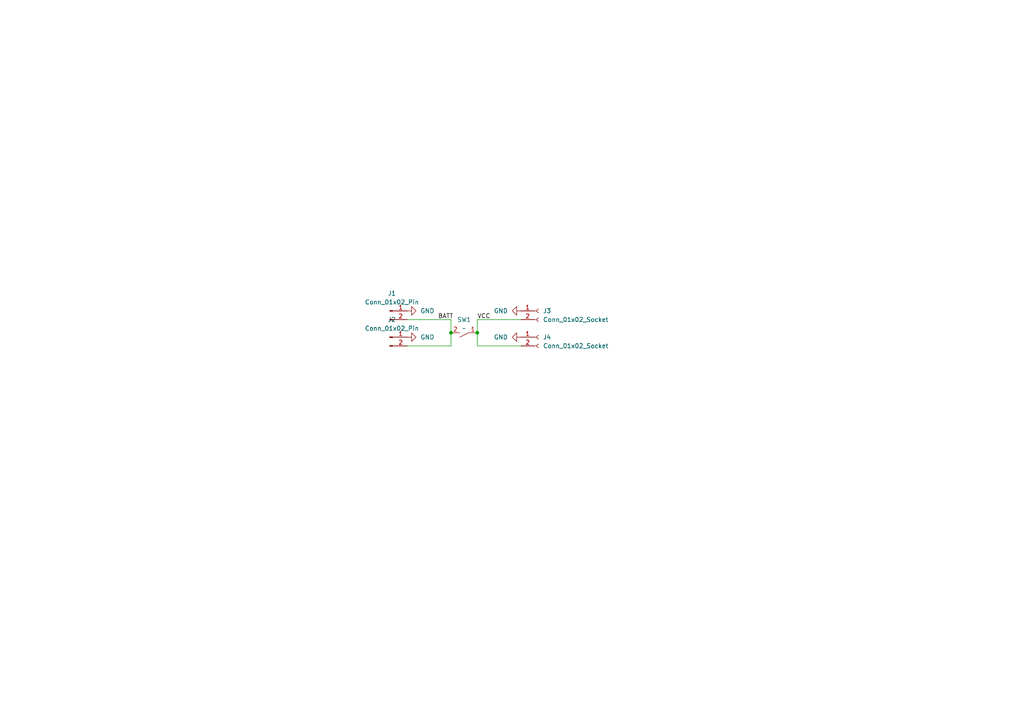
<source format=kicad_sch>
(kicad_sch (version 20231120) (generator "eeschema") (generator_version "8.0")
  (paper "A4")
  (lib_symbols
    (symbol "Connector:Conn_01x02_Pin" (pin_names (offset 1.016) hide)
      (property "Reference" "J" (at 0 2.54 0))
      (property "Value" "Conn_01x02_Pin" (at 0 -5.08 0))
      (symbol "Conn_01x02_Pin_1_1"
        (polyline (pts (xy 1.27 -2.54) (xy 0.8636 -2.54)) (stroke (width 0.1524)))
        (polyline (pts (xy 1.27 0) (xy 0.8636 0)) (stroke (width 0.1524)))
        (rectangle (start 0.8636 -2.413) (end 0 -2.667) (stroke (width 0.1524)) (fill (type outline)))
        (rectangle (start 0.8636 0.127) (end 0 -0.127) (stroke (width 0.1524)) (fill (type outline)))
        (pin passive line (at 5.08 0 180) (length 3.81) (name "Pin_1") (number "1"))
        (pin passive line (at 5.08 -2.54 180) (length 3.81) (name "Pin_2") (number "2"))
      )
    )
    (symbol "Connector:Conn_01x02_Socket" (pin_names (offset 1.016) hide)
      (property "Reference" "J" (at 0 2.54 0))
      (property "Value" "Conn_01x02_Socket" (at 0 -5.08 0))
      (symbol "Conn_01x02_Socket_1_1"
        (arc (start 0 -2.032) (mid -0.5058 -2.54) (end 0 -3.048) (stroke (width 0.1524)))
        (polyline (pts (xy -1.27 -2.54) (xy -0.508 -2.54)) (stroke (width 0.1524)))
        (polyline (pts (xy -1.27 0) (xy -0.508 0)) (stroke (width 0.1524)))
        (arc (start 0 0.508) (mid -0.5058 0) (end 0 -0.508) (stroke (width 0.1524)))
        (pin passive line (at -5.08 0 0) (length 3.81) (name "Pin_1") (number "1"))
        (pin passive line (at -5.08 -2.54 0) (length 3.81) (name "Pin_2") (number "2"))
      )
    )
    (symbol "SMDNutSwitch:SMTSO2515_SW"
      (property "Reference" "SW1" (at 0 5.08 0))
      (property "Value" "~" (at 0 2.54 0))
      (symbol "SMTSO2515_SW_0_1"
        (polyline (pts (xy -1.27 0) (xy 1.27 1.27)))
      )
      (symbol "SMTSO2515_SW_1_1"
        (pin input line (at -3.81 0 0) (length 2.54) (name "") (number "1"))
        (pin output line (at 3.81 0 180) (length 2.54) (name "") (number "2"))
      )
    )
    (symbol "power:GND" (power) (pin_numbers hide) (pin_names (offset 0) hide)
      (property "Value" "GND" (at 0 -3.81 0))
      (symbol "GND_0_1"
        (polyline (pts (xy 0 0) (xy 0 -1.27) (xy 1.27 -1.27) (xy 0 -2.54) (xy -1.27 -1.27) (xy 0 -1.27)))
      )
      (symbol "GND_1_1"
        (pin power_in line (at 0 0 270) (length 0) (name "~") (number "1"))
      )
    )
  )
  (junction (at 130.81 96.52))
  (junction (at 138.43 96.52))
  (wire (pts (xy 130.81 96.52) (xy 130.81 100.33)))
  (wire (pts (xy 151.13 100.33) (xy 138.43 100.33)))
  (wire (pts (xy 138.43 96.52) (xy 138.43 100.33)))
  (wire (pts (xy 138.43 92.71) (xy 138.43 96.52)))
  (wire (pts (xy 130.81 92.71) (xy 130.81 96.52)))
  (wire (pts (xy 138.43 92.71) (xy 151.13 92.71)))
  (wire (pts (xy 118.11 100.33) (xy 130.81 100.33)))
  (wire (pts (xy 118.11 92.71) (xy 130.81 92.71)))
  (label "BATT" (at 127 92.71 0))
  (label "VCC" (at 138.43 92.71 0))
  (symbol (lib_id "Connector:Conn_01x02_Socket") (at 156.21 97.79 0) (unit 1)
    (property "Reference" "J4" (at 157.48 97.7899 0) (effects (justify left)))
    (property "Value" "Conn_01x02_Socket" (at 157.48 100.3299 0) (effects (justify left)))
    (property "Footprint" "Connector_AMASS:AMASS_XT30U-F_1x02_P5.0mm_Vertical" (effects (hide yes)))
    (property "Description" "Generic connector, single row, 01x02, script generated" (effects (hide yes)))
  )
  (symbol (lib_id "power:GND") (at 151.13 97.79 270) (unit 1)
    (property "Reference" "#PWR04" (effects (hide yes)))
    (property "Value" "GND" (at 147.32 97.7899 90) (effects (justify right)))
    (property "Description" "Power symbol creates a global label with name \"GND\" , ground" (effects (hide yes)))
  )
  (symbol (lib_id "SMDNutSwitch:SMTSO2515_SW") (at 134.62 96.52 180) (unit 1)
    (property "Reference" "SW1" (at 134.62 92.71 0))
    (property "Value" "~" (at 134.62 95.25 0))
    (property "Footprint" "SMDNutSwitch:SMTSO2515_Switch" (effects (hide yes)))
  )
  (symbol (lib_id "power:GND") (at 118.11 97.79 90) (unit 1)
    (property "Reference" "#PWR01" (effects (hide yes)))
    (property "Value" "GND" (at 121.92 97.7899 90) (effects (justify right)))
    (property "Description" "Power symbol creates a global label with name \"GND\" , ground" (effects (hide yes)))
  )
  (symbol (lib_id "Connector:Conn_01x02_Pin") (at 113.03 90.17 0) (unit 1)
    (property "Reference" "J1" (at 113.665 85.09 0))
    (property "Value" "Conn_01x02_Pin" (at 113.665 87.63 0))
    (property "Footprint" "Connector_AMASS:AMASS_XT30U-M_1x02_P5.0mm_Vertical" (effects (hide yes)))
    (property "Description" "Generic connector, single row, 01x02, script generated" (effects (hide yes)))
  )
  (symbol (lib_id "Connector:Conn_01x02_Pin") (at 113.03 97.79 0) (unit 1)
    (property "Reference" "J2" (at 113.665 92.71 0))
    (property "Value" "Conn_01x02_Pin" (at 113.665 95.25 0))
    (property "Footprint" "Connector_AMASS:AMASS_XT30U-M_1x02_P5.0mm_Vertical" (effects (hide yes)))
    (property "Description" "Generic connector, single row, 01x02, script generated" (effects (hide yes)))
  )
  (symbol (lib_id "power:GND") (at 118.11 90.17 90) (unit 1)
    (property "Reference" "#PWR02" (effects (hide yes)))
    (property "Value" "GND" (at 121.92 90.1699 90) (effects (justify right)))
    (property "Description" "Power symbol creates a global label with name \"GND\" , ground" (effects (hide yes)))
  )
  (symbol (lib_id "power:GND") (at 151.13 90.17 270) (unit 1)
    (property "Reference" "#PWR03" (effects (hide yes)))
    (property "Value" "GND" (at 147.32 90.1699 90) (effects (justify right)))
    (property "Description" "Power symbol creates a global label with name \"GND\" , ground" (effects (hide yes)))
  )
  (symbol (lib_id "Connector:Conn_01x02_Socket") (at 156.21 90.17 0) (unit 1)
    (property "Reference" "J3" (at 157.48 90.1699 0) (effects (justify left)))
    (property "Value" "Conn_01x02_Socket" (at 157.48 92.7099 0) (effects (justify left)))
    (property "Footprint" "Connector_AMASS:AMASS_XT30U-F_1x02_P5.0mm_Vertical" (effects (hide yes)))
    (property "Description" "Generic connector, single row, 01x02, script generated" (effects (hide yes)))
  )
)
</source>
